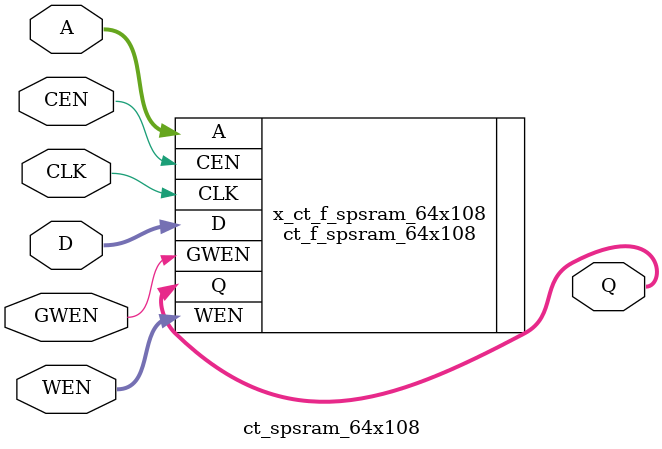
<source format=v>
/*Copyright 2019-2021 T-Head Semiconductor Co., Ltd.

Licensed under the Apache License, Version 2.0 (the "License");
you may not use this file except in compliance with the License.
You may obtain a copy of the License at

    http://www.apache.org/licenses/LICENSE-2.0

Unless required by applicable law or agreed to in writing, software
distributed under the License is distributed on an "AS IS" BASIS,
WITHOUT WARRANTIES OR CONDITIONS OF ANY KIND, either express or implied.
See the License for the specific language governing permissions and
limitations under the License.
*/

// &ModuleBeg; @22
module ct_spsram_64x108(
  A,
  CEN,
  CLK,
  D,
  GWEN,
  Q,
  WEN
);

// &Ports; @23
input   [5  :0]  A;
input            CEN;
input            CLK;
input   [107:0]  D;
input            GWEN;
input   [107:0]  WEN;
output  [107:0]  Q;

// &Regs; @24

// &Wires; @25
wire    [5  :0]  A;
wire             CEN;
wire             CLK;
wire    [107:0]  D;
wire             GWEN;
wire    [107:0]  Q;
wire    [107:0]  WEN;


//**********************************************************
//                  Parameter Definition
//**********************************************************
parameter ADDR_WIDTH = 6;
parameter DATA_WIDTH = 108;
parameter WE_WIDTH   = 108;

// &Force("bus","Q",DATA_WIDTH-1,0); @34
// &Force("bus","WEN",WE_WIDTH-1,0); @35
// &Force("bus","A",ADDR_WIDTH-1,0); @36
// &Force("bus","D",DATA_WIDTH-1,0); @37

//  //********************************************************
//  //*                        FPGA memory                   *
//  //********************************************************
//   &Instance("ct_f_spsram_64x108"); @43
ct_f_spsram_64x108  x_ct_f_spsram_64x108 (
  .A    (A   ),
  .CEN  (CEN ),
  .CLK  (CLK ),
  .D    (D   ),
  .GWEN (GWEN),
  .Q    (Q   ),
  .WEN  (WEN )
);

//   &Instance("ct_tsmc_spsram_64x108"); @49

// &ModuleEnd; @65
endmodule



</source>
